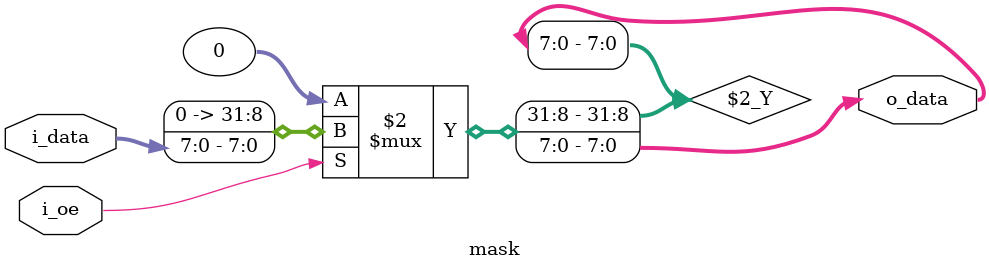
<source format=v>
`default_nettype none

module mask(i_oe,
            i_data,
            o_data);
   parameter DATA_WIDTH = 8;

   input  wire                  i_oe;    // output enable
   input  wire [DATA_WIDTH-1:0] i_data;  // input data
   output wire [DATA_WIDTH-1:0] o_data;  // output data

   // masked output
   assign o_data = (i_oe) ? i_data : 0;

endmodule

</source>
